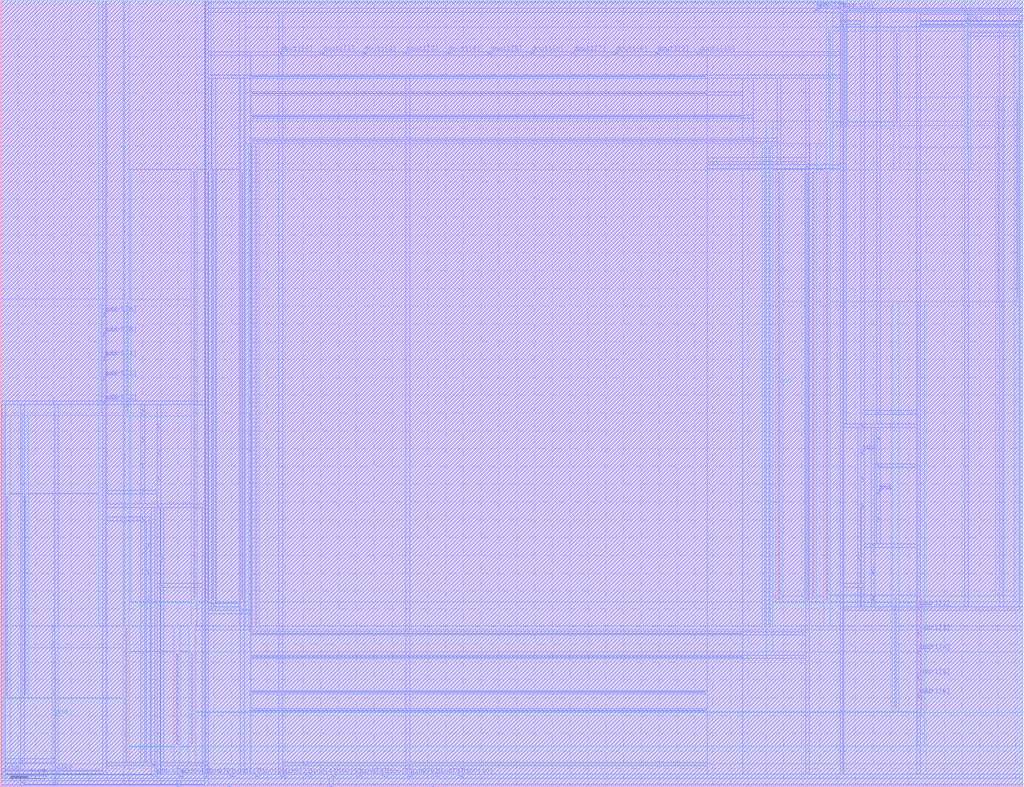
<source format=lef>
VERSION 5.4 ;
NAMESCASESENSITIVE ON ;
BUSBITCHARS "[]" ;
DIVIDERCHAR "/" ;
UNITS
  DATABASE MICRONS 2000 ;
END UNITS
MACRO freepdk45_sram_1w1r_11x128
   CLASS BLOCK ;
   SIZE 114.955 BY 88.425 ;
   SYMMETRY X Y R90 ;
   PIN din0[0]
      DIRECTION INPUT ;
      PORT
         LAYER metal3 ;
         RECT  23.085 1.105 23.22 1.24 ;
      END
   END din0[0]
   PIN din0[1]
      DIRECTION INPUT ;
      PORT
         LAYER metal3 ;
         RECT  25.945 1.105 26.08 1.24 ;
      END
   END din0[1]
   PIN din0[2]
      DIRECTION INPUT ;
      PORT
         LAYER metal3 ;
         RECT  28.805 1.105 28.94 1.24 ;
      END
   END din0[2]
   PIN din0[3]
      DIRECTION INPUT ;
      PORT
         LAYER metal3 ;
         RECT  31.665 1.105 31.8 1.24 ;
      END
   END din0[3]
   PIN din0[4]
      DIRECTION INPUT ;
      PORT
         LAYER metal3 ;
         RECT  34.525 1.105 34.66 1.24 ;
      END
   END din0[4]
   PIN din0[5]
      DIRECTION INPUT ;
      PORT
         LAYER metal3 ;
         RECT  37.385 1.105 37.52 1.24 ;
      END
   END din0[5]
   PIN din0[6]
      DIRECTION INPUT ;
      PORT
         LAYER metal3 ;
         RECT  40.245 1.105 40.38 1.24 ;
      END
   END din0[6]
   PIN din0[7]
      DIRECTION INPUT ;
      PORT
         LAYER metal3 ;
         RECT  43.105 1.105 43.24 1.24 ;
      END
   END din0[7]
   PIN din0[8]
      DIRECTION INPUT ;
      PORT
         LAYER metal3 ;
         RECT  45.965 1.105 46.1 1.24 ;
      END
   END din0[8]
   PIN din0[9]
      DIRECTION INPUT ;
      PORT
         LAYER metal3 ;
         RECT  48.825 1.105 48.96 1.24 ;
      END
   END din0[9]
   PIN din0[10]
      DIRECTION INPUT ;
      PORT
         LAYER metal3 ;
         RECT  51.685 1.105 51.82 1.24 ;
      END
   END din0[10]
   PIN addr0[0]
      DIRECTION INPUT ;
      PORT
         LAYER metal3 ;
         RECT  17.365 1.105 17.5 1.24 ;
      END
   END addr0[0]
   PIN addr0[1]
      DIRECTION INPUT ;
      PORT
         LAYER metal3 ;
         RECT  20.225 1.105 20.36 1.24 ;
      END
   END addr0[1]
   PIN addr0[2]
      DIRECTION INPUT ;
      PORT
         LAYER metal3 ;
         RECT  11.645 43.09 11.78 43.225 ;
      END
   END addr0[2]
   PIN addr0[3]
      DIRECTION INPUT ;
      PORT
         LAYER metal3 ;
         RECT  11.645 45.82 11.78 45.955 ;
      END
   END addr0[3]
   PIN addr0[4]
      DIRECTION INPUT ;
      PORT
         LAYER metal3 ;
         RECT  11.645 48.03 11.78 48.165 ;
      END
   END addr0[4]
   PIN addr0[5]
      DIRECTION INPUT ;
      PORT
         LAYER metal3 ;
         RECT  11.645 50.76 11.78 50.895 ;
      END
   END addr0[5]
   PIN addr0[6]
      DIRECTION INPUT ;
      PORT
         LAYER metal3 ;
         RECT  11.645 52.97 11.78 53.105 ;
      END
   END addr0[6]
   PIN addr1[0]
      DIRECTION INPUT ;
      PORT
         LAYER metal3 ;
         RECT  94.455 87.185 94.59 87.32 ;
      END
   END addr1[0]
   PIN addr1[1]
      DIRECTION INPUT ;
      PORT
         LAYER metal3 ;
         RECT  91.595 87.185 91.73 87.32 ;
      END
   END addr1[1]
   PIN addr1[2]
      DIRECTION INPUT ;
      PORT
         LAYER metal3 ;
         RECT  103.035 19.95 103.17 20.085 ;
      END
   END addr1[2]
   PIN addr1[3]
      DIRECTION INPUT ;
      PORT
         LAYER metal3 ;
         RECT  103.035 17.22 103.17 17.355 ;
      END
   END addr1[3]
   PIN addr1[4]
      DIRECTION INPUT ;
      PORT
         LAYER metal3 ;
         RECT  103.035 15.01 103.17 15.145 ;
      END
   END addr1[4]
   PIN addr1[5]
      DIRECTION INPUT ;
      PORT
         LAYER metal3 ;
         RECT  103.035 12.28 103.17 12.415 ;
      END
   END addr1[5]
   PIN addr1[6]
      DIRECTION INPUT ;
      PORT
         LAYER metal3 ;
         RECT  103.035 10.07 103.17 10.205 ;
      END
   END addr1[6]
   PIN csb0
      DIRECTION INPUT ;
      PORT
         LAYER metal3 ;
         RECT  0.285 1.49 0.42 1.625 ;
      END
   END csb0
   PIN csb1
      DIRECTION INPUT ;
      PORT
         LAYER metal3 ;
         RECT  114.535 85.81 114.67 85.945 ;
      END
   END csb1
   PIN clk0
      DIRECTION INPUT ;
      PORT
         LAYER metal3 ;
         RECT  6.2475 1.575 6.3825 1.71 ;
      END
   END clk0
   PIN clk1
      DIRECTION INPUT ;
      PORT
         LAYER metal3 ;
         RECT  108.4325 85.725 108.5675 85.86 ;
      END
   END clk1
   PIN dout1[0]
      DIRECTION OUTPUT ;
      PORT
         LAYER metal3 ;
         RECT  31.4275 82.3175 31.5625 82.4525 ;
      END
   END dout1[0]
   PIN dout1[1]
      DIRECTION OUTPUT ;
      PORT
         LAYER metal3 ;
         RECT  36.1275 82.3175 36.2625 82.4525 ;
      END
   END dout1[1]
   PIN dout1[2]
      DIRECTION OUTPUT ;
      PORT
         LAYER metal3 ;
         RECT  40.8275 82.3175 40.9625 82.4525 ;
      END
   END dout1[2]
   PIN dout1[3]
      DIRECTION OUTPUT ;
      PORT
         LAYER metal3 ;
         RECT  45.5275 82.3175 45.6625 82.4525 ;
      END
   END dout1[3]
   PIN dout1[4]
      DIRECTION OUTPUT ;
      PORT
         LAYER metal3 ;
         RECT  50.2275 82.3175 50.3625 82.4525 ;
      END
   END dout1[4]
   PIN dout1[5]
      DIRECTION OUTPUT ;
      PORT
         LAYER metal3 ;
         RECT  54.9275 82.3175 55.0625 82.4525 ;
      END
   END dout1[5]
   PIN dout1[6]
      DIRECTION OUTPUT ;
      PORT
         LAYER metal3 ;
         RECT  59.6275 82.3175 59.7625 82.4525 ;
      END
   END dout1[6]
   PIN dout1[7]
      DIRECTION OUTPUT ;
      PORT
         LAYER metal3 ;
         RECT  64.3275 82.3175 64.4625 82.4525 ;
      END
   END dout1[7]
   PIN dout1[8]
      DIRECTION OUTPUT ;
      PORT
         LAYER metal3 ;
         RECT  69.0275 82.3175 69.1625 82.4525 ;
      END
   END dout1[8]
   PIN dout1[9]
      DIRECTION OUTPUT ;
      PORT
         LAYER metal3 ;
         RECT  73.7275 82.3175 73.8625 82.4525 ;
      END
   END dout1[9]
   PIN dout1[10]
      DIRECTION OUTPUT ;
      PORT
         LAYER metal3 ;
         RECT  78.4275 82.3175 78.5625 82.4525 ;
      END
   END dout1[10]
   PIN vdd
      DIRECTION INOUT ;
      USE POWER ; 
      SHAPE ABUTMENT ; 
      PORT
         LAYER metal4 ;
         RECT  14.08 2.8525 14.22 17.8125 ;
         LAYER metal3 ;
         RECT  28.2425 79.76 79.2325 79.83 ;
         LAYER metal4 ;
         RECT  11.36 41.9825 11.5 54.5375 ;
         LAYER metal3 ;
         RECT  27.0975 19.56 27.2325 19.695 ;
         LAYER metal3 ;
         RECT  96.7425 40.49 96.8775 40.625 ;
         LAYER metal3 ;
         RECT  45.6825 2.47 45.8175 2.605 ;
         LAYER metal4 ;
         RECT  21.45 4.845 21.59 14.865 ;
         LAYER metal3 ;
         RECT  90.57 69.6025 90.705 69.7375 ;
         LAYER metal4 ;
         RECT  27.095 21.0525 27.235 69.0325 ;
         LAYER metal4 ;
         RECT  0.6875 10.23 0.8275 32.6325 ;
         LAYER metal4 ;
         RECT  93.03 75.04 93.17 85.06 ;
         LAYER metal3 ;
         RECT  96.7425 31.52 96.8775 31.655 ;
         LAYER metal3 ;
         RECT  17.7425 31.52 17.8775 31.655 ;
         LAYER metal4 ;
         RECT  86.305 17.8825 86.445 71.9525 ;
         LAYER metal3 ;
         RECT  96.3975 22.55 96.5325 22.685 ;
         LAYER metal4 ;
         RECT  100.595 74.5625 100.735 84.5825 ;
         LAYER metal3 ;
         RECT  28.2425 17.1875 83.2275 17.2575 ;
         LAYER metal3 ;
         RECT  96.7425 34.51 96.8775 34.645 ;
         LAYER metal3 ;
         RECT  87.3875 70.39 87.5225 70.525 ;
         LAYER metal3 ;
         RECT  17.7425 34.51 17.8775 34.645 ;
         LAYER metal4 ;
         RECT  23.295 21.0525 23.435 69.1025 ;
         LAYER metal3 ;
         RECT  34.2425 2.47 34.3775 2.605 ;
         LAYER metal3 ;
         RECT  2.425 2.855 2.56 2.99 ;
         LAYER metal3 ;
         RECT  28.2425 72.6475 84.4025 72.7175 ;
         LAYER metal4 ;
         RECT  28.175 17.8825 28.315 71.9525 ;
         LAYER metal3 ;
         RECT  112.395 84.445 112.53 84.58 ;
         LAYER metal3 ;
         RECT  28.2425 8.5375 79.2325 8.6075 ;
         LAYER metal3 ;
         RECT  96.3975 25.54 96.5325 25.675 ;
         LAYER metal3 ;
         RECT  22.8025 2.47 22.9375 2.605 ;
         LAYER metal3 ;
         RECT  18.0875 22.55 18.2225 22.685 ;
         LAYER metal3 ;
         RECT  17.7425 37.5 17.8775 37.635 ;
         LAYER metal3 ;
         RECT  17.7425 40.49 17.8775 40.625 ;
         LAYER metal4 ;
         RECT  114.1275 54.8025 114.2675 77.205 ;
         LAYER metal4 ;
         RECT  103.315 8.6375 103.455 21.1925 ;
         LAYER metal3 ;
         RECT  17.0825 2.47 17.2175 2.605 ;
         LAYER metal4 ;
         RECT  91.185 21.0525 91.325 69.1025 ;
         LAYER metal3 ;
         RECT  18.0875 25.54 18.2225 25.675 ;
         LAYER metal3 ;
         RECT  94.7375 85.82 94.8725 85.955 ;
         LAYER metal4 ;
         RECT  87.385 21.0525 87.525 69.0325 ;
         LAYER metal3 ;
         RECT  23.915 20.3475 24.05 20.4825 ;
         LAYER metal3 ;
         RECT  96.7425 37.5 96.8775 37.635 ;
      END
   END vdd
   PIN gnd
      DIRECTION INOUT ;
      USE GROUND ; 
      SHAPE ABUTMENT ; 
      PORT
         LAYER metal3 ;
         RECT  28.2425 75.2675 83.26 75.3375 ;
         LAYER metal3 ;
         RECT  37.1025 0.0 37.2375 0.135 ;
         LAYER metal3 ;
         RECT  15.935 33.015 16.07 33.15 ;
         LAYER metal3 ;
         RECT  48.5425 0.0 48.6775 0.135 ;
         LAYER metal3 ;
         RECT  97.925 27.035 98.06 27.17 ;
         LAYER metal4 ;
         RECT  21.705 21.02 21.845 69.1025 ;
         LAYER metal4 ;
         RECT  94.6925 74.9725 94.8325 85.1275 ;
         LAYER metal3 ;
         RECT  28.2425 14.5675 83.26 14.6375 ;
         LAYER metal3 ;
         RECT  2.425 0.385 2.56 0.52 ;
         LAYER metal3 ;
         RECT  28.2425 10.5875 79.2325 10.6575 ;
         LAYER metal4 ;
         RECT  85.845 17.8825 85.985 71.9525 ;
         LAYER metal3 ;
         RECT  15.935 30.025 16.07 30.16 ;
         LAYER metal4 ;
         RECT  14.22 41.9175 14.36 54.4725 ;
         LAYER metal3 ;
         RECT  16.56 24.045 16.695 24.18 ;
         LAYER metal3 ;
         RECT  28.2425 77.8675 79.2675 77.9375 ;
         LAYER metal3 ;
         RECT  25.6625 0.0 25.7975 0.135 ;
         LAYER metal3 ;
         RECT  16.56 21.055 16.695 21.19 ;
         LAYER metal3 ;
         RECT  112.395 86.915 112.53 87.05 ;
         LAYER metal4 ;
         RECT  92.775 21.02 92.915 69.1025 ;
         LAYER metal4 ;
         RECT  2.75 10.2625 2.89 32.665 ;
         LAYER metal4 ;
         RECT  112.065 54.77 112.205 77.1725 ;
         LAYER metal3 ;
         RECT  98.55 41.985 98.685 42.12 ;
         LAYER metal3 ;
         RECT  98.55 36.005 98.685 36.14 ;
         LAYER metal3 ;
         RECT  19.9425 0.0 20.0775 0.135 ;
         LAYER metal4 ;
         RECT  100.455 8.7025 100.595 21.2575 ;
         LAYER metal4 ;
         RECT  23.855 21.02 23.995 69.065 ;
         LAYER metal3 ;
         RECT  15.935 38.995 16.07 39.13 ;
         LAYER metal4 ;
         RECT  108.57 72.0925 108.71 87.0525 ;
         LAYER metal3 ;
         RECT  98.55 38.995 98.685 39.13 ;
         LAYER metal3 ;
         RECT  97.925 21.055 98.06 21.19 ;
         LAYER metal4 ;
         RECT  19.7875 4.7775 19.9275 14.9325 ;
         LAYER metal3 ;
         RECT  15.935 36.005 16.07 36.14 ;
         LAYER metal4 ;
         RECT  90.625 21.02 90.765 69.065 ;
         LAYER metal3 ;
         RECT  16.56 27.035 16.695 27.17 ;
         LAYER metal3 ;
         RECT  91.8775 88.29 92.0125 88.425 ;
         LAYER metal3 ;
         RECT  15.935 41.985 16.07 42.12 ;
         LAYER metal3 ;
         RECT  98.55 30.025 98.685 30.16 ;
         LAYER metal3 ;
         RECT  97.925 24.045 98.06 24.18 ;
         LAYER metal3 ;
         RECT  98.55 33.015 98.685 33.15 ;
         LAYER metal4 ;
         RECT  28.635 17.8825 28.775 71.9525 ;
         LAYER metal4 ;
         RECT  6.105 0.3825 6.245 15.3425 ;
      END
   END gnd
   OBS
   LAYER  metal1 ;
      RECT  0.14 0.14 114.815 88.285 ;
   LAYER  metal2 ;
      RECT  0.14 0.14 114.815 88.285 ;
   LAYER  metal3 ;
      RECT  22.945 0.14 23.36 0.965 ;
      RECT  23.36 0.965 25.805 1.38 ;
      RECT  26.22 0.965 28.665 1.38 ;
      RECT  29.08 0.965 31.525 1.38 ;
      RECT  31.94 0.965 34.385 1.38 ;
      RECT  34.8 0.965 37.245 1.38 ;
      RECT  37.66 0.965 40.105 1.38 ;
      RECT  40.52 0.965 42.965 1.38 ;
      RECT  43.38 0.965 45.825 1.38 ;
      RECT  46.24 0.965 48.685 1.38 ;
      RECT  49.1 0.965 51.545 1.38 ;
      RECT  51.96 0.965 114.815 1.38 ;
      RECT  17.64 0.965 20.085 1.38 ;
      RECT  20.5 0.965 22.945 1.38 ;
      RECT  0.14 42.95 11.505 43.365 ;
      RECT  0.14 43.365 11.505 88.285 ;
      RECT  11.505 1.38 11.92 42.95 ;
      RECT  11.92 42.95 22.945 43.365 ;
      RECT  11.92 43.365 22.945 88.285 ;
      RECT  11.505 43.365 11.92 45.68 ;
      RECT  11.505 46.095 11.92 47.89 ;
      RECT  11.505 48.305 11.92 50.62 ;
      RECT  11.505 51.035 11.92 52.83 ;
      RECT  11.505 53.245 11.92 88.285 ;
      RECT  94.315 87.46 94.73 88.285 ;
      RECT  94.73 87.46 114.815 88.285 ;
      RECT  23.36 87.045 91.455 87.46 ;
      RECT  91.87 87.045 94.315 87.46 ;
      RECT  94.73 1.38 102.895 19.81 ;
      RECT  94.73 19.81 102.895 20.225 ;
      RECT  102.895 20.225 103.31 87.045 ;
      RECT  103.31 1.38 114.815 19.81 ;
      RECT  103.31 19.81 114.815 20.225 ;
      RECT  102.895 17.495 103.31 19.81 ;
      RECT  102.895 15.285 103.31 17.08 ;
      RECT  102.895 12.555 103.31 14.87 ;
      RECT  102.895 1.38 103.31 9.93 ;
      RECT  102.895 10.345 103.31 12.14 ;
      RECT  0.14 0.965 0.145 1.35 ;
      RECT  0.14 1.35 0.145 1.38 ;
      RECT  0.145 0.965 0.56 1.35 ;
      RECT  0.56 0.965 17.225 1.35 ;
      RECT  0.56 1.35 17.225 1.38 ;
      RECT  0.14 1.38 0.145 1.765 ;
      RECT  0.14 1.765 0.145 42.95 ;
      RECT  0.145 1.765 0.56 42.95 ;
      RECT  114.395 20.225 114.81 85.67 ;
      RECT  114.395 86.085 114.81 87.045 ;
      RECT  114.81 20.225 114.815 85.67 ;
      RECT  114.81 85.67 114.815 86.085 ;
      RECT  114.81 86.085 114.815 87.045 ;
      RECT  0.56 1.38 6.1075 1.435 ;
      RECT  0.56 1.435 6.1075 1.765 ;
      RECT  6.1075 1.38 6.5225 1.435 ;
      RECT  6.5225 1.38 11.505 1.435 ;
      RECT  6.5225 1.435 11.505 1.765 ;
      RECT  0.56 1.765 6.1075 1.85 ;
      RECT  6.1075 1.85 6.5225 42.95 ;
      RECT  6.5225 1.765 11.505 1.85 ;
      RECT  6.5225 1.85 11.505 42.95 ;
      RECT  103.31 20.225 108.2925 85.585 ;
      RECT  103.31 85.585 108.2925 85.67 ;
      RECT  108.2925 20.225 108.7075 85.585 ;
      RECT  108.7075 85.585 114.395 85.67 ;
      RECT  103.31 85.67 108.2925 86.0 ;
      RECT  103.31 86.0 108.2925 86.085 ;
      RECT  108.2925 86.0 108.7075 86.085 ;
      RECT  108.7075 85.67 114.395 86.0 ;
      RECT  108.7075 86.0 114.395 86.085 ;
      RECT  23.36 82.1775 31.2875 82.5925 ;
      RECT  23.36 82.5925 31.2875 87.045 ;
      RECT  31.2875 82.5925 31.7025 87.045 ;
      RECT  31.7025 82.5925 94.315 87.045 ;
      RECT  31.7025 82.1775 35.9875 82.5925 ;
      RECT  36.4025 82.1775 40.6875 82.5925 ;
      RECT  41.1025 82.1775 45.3875 82.5925 ;
      RECT  45.8025 82.1775 50.0875 82.5925 ;
      RECT  50.5025 82.1775 54.7875 82.5925 ;
      RECT  55.2025 82.1775 59.4875 82.5925 ;
      RECT  59.9025 82.1775 64.1875 82.5925 ;
      RECT  64.6025 82.1775 68.8875 82.5925 ;
      RECT  69.3025 82.1775 73.5875 82.5925 ;
      RECT  74.0025 82.1775 78.2875 82.5925 ;
      RECT  78.7025 82.1775 94.315 82.5925 ;
      RECT  23.36 79.62 28.1025 79.97 ;
      RECT  23.36 79.97 28.1025 82.1775 ;
      RECT  28.1025 79.97 31.2875 82.1775 ;
      RECT  31.2875 79.97 31.7025 82.1775 ;
      RECT  31.7025 79.97 79.3725 82.1775 ;
      RECT  79.3725 79.62 94.315 79.97 ;
      RECT  79.3725 79.97 94.315 82.1775 ;
      RECT  23.36 1.38 26.9575 19.42 ;
      RECT  23.36 19.42 26.9575 19.835 ;
      RECT  26.9575 1.38 27.3725 19.42 ;
      RECT  26.9575 19.835 27.3725 79.62 ;
      RECT  27.3725 1.38 28.1025 19.42 ;
      RECT  27.3725 19.42 28.1025 19.835 ;
      RECT  27.3725 19.835 28.1025 79.62 ;
      RECT  94.73 40.35 96.6025 40.765 ;
      RECT  96.6025 40.765 97.0175 87.045 ;
      RECT  97.0175 40.35 102.895 40.765 ;
      RECT  31.7025 1.38 45.5425 2.33 ;
      RECT  45.5425 1.38 45.9575 2.33 ;
      RECT  45.9575 1.38 79.3725 2.33 ;
      RECT  45.9575 2.33 79.3725 2.745 ;
      RECT  79.3725 69.4625 90.43 69.8775 ;
      RECT  90.43 1.38 90.845 69.4625 ;
      RECT  90.43 69.8775 90.845 79.62 ;
      RECT  90.845 1.38 94.315 69.4625 ;
      RECT  90.845 69.4625 94.315 69.8775 ;
      RECT  90.845 69.8775 94.315 79.62 ;
      RECT  11.92 31.38 17.6025 31.795 ;
      RECT  18.0175 31.38 22.945 31.795 ;
      RECT  18.0175 31.795 22.945 42.95 ;
      RECT  94.73 20.225 96.2575 22.41 ;
      RECT  94.73 22.41 96.2575 22.825 ;
      RECT  94.73 22.825 96.2575 40.35 ;
      RECT  96.2575 20.225 96.6025 22.41 ;
      RECT  96.6025 20.225 96.6725 22.41 ;
      RECT  96.6725 20.225 97.0175 22.41 ;
      RECT  96.6725 22.41 97.0175 22.825 ;
      RECT  96.6725 22.825 97.0175 31.38 ;
      RECT  79.3725 17.3975 83.3675 69.4625 ;
      RECT  83.3675 17.0475 90.43 17.3975 ;
      RECT  83.3675 17.3975 90.43 69.4625 ;
      RECT  96.6025 31.795 97.0175 34.37 ;
      RECT  79.3725 69.8775 87.2475 70.25 ;
      RECT  79.3725 70.25 87.2475 70.665 ;
      RECT  87.2475 69.8775 87.6625 70.25 ;
      RECT  87.2475 70.665 87.6625 79.62 ;
      RECT  87.6625 69.8775 90.43 70.25 ;
      RECT  87.6625 70.25 90.43 70.665 ;
      RECT  87.6625 70.665 90.43 79.62 ;
      RECT  17.6025 31.795 18.0175 34.37 ;
      RECT  31.7025 2.33 34.1025 2.745 ;
      RECT  34.5175 2.33 45.5425 2.745 ;
      RECT  0.56 1.85 2.285 2.715 ;
      RECT  0.56 2.715 2.285 3.13 ;
      RECT  0.56 3.13 2.285 42.95 ;
      RECT  2.285 1.85 2.7 2.715 ;
      RECT  2.285 3.13 2.7 42.95 ;
      RECT  2.7 1.85 6.1075 2.715 ;
      RECT  2.7 2.715 6.1075 3.13 ;
      RECT  2.7 3.13 6.1075 42.95 ;
      RECT  28.1025 17.3975 31.2875 72.5075 ;
      RECT  31.2875 17.3975 31.7025 72.5075 ;
      RECT  31.7025 17.3975 45.5425 72.5075 ;
      RECT  45.5425 17.3975 45.9575 72.5075 ;
      RECT  45.9575 17.3975 79.3725 72.5075 ;
      RECT  79.3725 70.665 84.5425 72.5075 ;
      RECT  84.5425 70.665 87.2475 72.5075 ;
      RECT  84.5425 72.5075 87.2475 72.8575 ;
      RECT  84.5425 72.8575 87.2475 79.62 ;
      RECT  108.7075 20.225 112.255 84.305 ;
      RECT  108.7075 84.305 112.255 84.72 ;
      RECT  108.7075 84.72 112.255 85.585 ;
      RECT  112.255 20.225 112.67 84.305 ;
      RECT  112.255 84.72 112.67 85.585 ;
      RECT  112.67 20.225 114.395 84.305 ;
      RECT  112.67 84.305 114.395 84.72 ;
      RECT  112.67 84.72 114.395 85.585 ;
      RECT  28.1025 1.38 31.2875 8.3975 ;
      RECT  31.2875 1.38 31.7025 8.3975 ;
      RECT  31.7025 2.745 45.5425 8.3975 ;
      RECT  45.5425 2.745 45.9575 8.3975 ;
      RECT  45.9575 2.745 79.3725 8.3975 ;
      RECT  96.2575 22.825 96.6025 25.4 ;
      RECT  96.2575 25.815 96.6025 40.35 ;
      RECT  96.6025 22.825 96.6725 25.4 ;
      RECT  96.6025 25.815 96.6725 31.38 ;
      RECT  22.945 1.38 23.0775 2.33 ;
      RECT  22.945 2.745 23.0775 88.285 ;
      RECT  23.0775 1.38 23.36 2.33 ;
      RECT  23.0775 2.33 23.36 2.745 ;
      RECT  23.0775 2.745 23.36 88.285 ;
      RECT  18.0175 1.38 22.6625 2.33 ;
      RECT  18.0175 2.33 22.6625 2.745 ;
      RECT  22.6625 1.38 22.945 2.33 ;
      RECT  22.6625 2.745 22.945 31.38 ;
      RECT  17.6025 1.38 17.9475 22.41 ;
      RECT  17.6025 22.41 17.9475 22.825 ;
      RECT  17.6025 22.825 17.9475 31.38 ;
      RECT  17.9475 1.38 18.0175 22.41 ;
      RECT  18.0175 2.745 18.3625 22.41 ;
      RECT  18.3625 2.745 22.6625 22.41 ;
      RECT  18.3625 22.41 22.6625 22.825 ;
      RECT  18.3625 22.825 22.6625 31.38 ;
      RECT  17.6025 34.785 18.0175 37.36 ;
      RECT  17.6025 37.775 18.0175 40.35 ;
      RECT  17.6025 40.765 18.0175 42.95 ;
      RECT  11.92 1.38 16.9425 2.33 ;
      RECT  11.92 2.33 16.9425 2.745 ;
      RECT  16.9425 1.38 17.3575 2.33 ;
      RECT  16.9425 2.745 17.3575 31.38 ;
      RECT  17.3575 1.38 17.6025 2.33 ;
      RECT  17.3575 2.33 17.6025 2.745 ;
      RECT  17.3575 2.745 17.6025 31.38 ;
      RECT  17.9475 22.825 18.0175 25.4 ;
      RECT  17.9475 25.815 18.0175 31.38 ;
      RECT  18.0175 22.825 18.3625 25.4 ;
      RECT  18.0175 25.815 18.3625 31.38 ;
      RECT  94.315 1.38 94.5975 85.68 ;
      RECT  94.315 85.68 94.5975 86.095 ;
      RECT  94.315 86.095 94.5975 87.045 ;
      RECT  94.5975 1.38 94.73 85.68 ;
      RECT  94.5975 86.095 94.73 87.045 ;
      RECT  94.73 40.765 95.0125 85.68 ;
      RECT  94.73 86.095 95.0125 87.045 ;
      RECT  95.0125 40.765 96.6025 85.68 ;
      RECT  95.0125 85.68 96.6025 86.095 ;
      RECT  95.0125 86.095 96.6025 87.045 ;
      RECT  23.36 19.835 23.775 20.2075 ;
      RECT  23.36 20.2075 23.775 20.6225 ;
      RECT  23.36 20.6225 23.775 79.62 ;
      RECT  23.775 19.835 24.19 20.2075 ;
      RECT  23.775 20.6225 24.19 79.62 ;
      RECT  24.19 19.835 26.9575 20.2075 ;
      RECT  24.19 20.2075 26.9575 20.6225 ;
      RECT  24.19 20.6225 26.9575 79.62 ;
      RECT  96.6025 34.785 97.0175 37.36 ;
      RECT  96.6025 37.775 97.0175 40.35 ;
      RECT  28.1025 72.8575 31.2875 75.1275 ;
      RECT  31.2875 72.8575 31.7025 75.1275 ;
      RECT  31.7025 72.8575 45.5425 75.1275 ;
      RECT  45.5425 72.8575 45.9575 75.1275 ;
      RECT  45.9575 72.8575 79.3725 75.1275 ;
      RECT  79.3725 72.8575 83.4 75.1275 ;
      RECT  83.4 72.8575 84.5425 75.1275 ;
      RECT  83.4 75.1275 84.5425 75.4775 ;
      RECT  83.4 75.4775 84.5425 79.62 ;
      RECT  23.36 0.275 36.9625 0.965 ;
      RECT  36.9625 0.275 37.3775 0.965 ;
      RECT  37.3775 0.275 114.815 0.965 ;
      RECT  11.92 31.795 15.795 32.875 ;
      RECT  11.92 32.875 15.795 33.29 ;
      RECT  11.92 33.29 15.795 42.95 ;
      RECT  15.795 31.795 16.21 32.875 ;
      RECT  16.21 31.795 17.6025 32.875 ;
      RECT  16.21 32.875 17.6025 33.29 ;
      RECT  16.21 33.29 17.6025 42.95 ;
      RECT  37.3775 0.14 48.4025 0.275 ;
      RECT  48.8175 0.14 114.815 0.275 ;
      RECT  97.0175 20.225 97.785 26.895 ;
      RECT  97.0175 26.895 97.785 27.31 ;
      RECT  97.0175 27.31 97.785 40.35 ;
      RECT  97.785 27.31 98.2 40.35 ;
      RECT  98.2 20.225 102.895 26.895 ;
      RECT  98.2 26.895 102.895 27.31 ;
      RECT  79.3725 1.38 83.3675 14.4275 ;
      RECT  79.3725 14.7775 83.3675 17.0475 ;
      RECT  83.3675 1.38 83.4 14.4275 ;
      RECT  83.3675 14.7775 83.4 17.0475 ;
      RECT  83.4 1.38 90.43 14.4275 ;
      RECT  83.4 14.4275 90.43 14.7775 ;
      RECT  83.4 14.7775 90.43 17.0475 ;
      RECT  28.1025 14.7775 31.2875 17.0475 ;
      RECT  31.2875 14.7775 31.7025 17.0475 ;
      RECT  31.7025 14.7775 45.5425 17.0475 ;
      RECT  45.5425 14.7775 45.9575 17.0475 ;
      RECT  45.9575 14.7775 79.3725 17.0475 ;
      RECT  0.14 0.14 2.285 0.245 ;
      RECT  0.14 0.245 2.285 0.66 ;
      RECT  0.14 0.66 2.285 0.965 ;
      RECT  2.285 0.14 2.7 0.245 ;
      RECT  2.285 0.66 2.7 0.965 ;
      RECT  2.7 0.66 22.945 0.965 ;
      RECT  28.1025 8.7475 31.2875 10.4475 ;
      RECT  28.1025 10.7975 31.2875 14.4275 ;
      RECT  31.2875 8.7475 31.7025 10.4475 ;
      RECT  31.2875 10.7975 31.7025 14.4275 ;
      RECT  31.7025 8.7475 45.5425 10.4475 ;
      RECT  31.7025 10.7975 45.5425 14.4275 ;
      RECT  45.5425 8.7475 45.9575 10.4475 ;
      RECT  45.5425 10.7975 45.9575 14.4275 ;
      RECT  45.9575 8.7475 79.3725 10.4475 ;
      RECT  45.9575 10.7975 79.3725 14.4275 ;
      RECT  11.92 2.745 15.795 29.885 ;
      RECT  11.92 29.885 15.795 30.3 ;
      RECT  11.92 30.3 15.795 31.38 ;
      RECT  15.795 2.745 16.21 29.885 ;
      RECT  15.795 30.3 16.21 31.38 ;
      RECT  16.21 29.885 16.9425 30.3 ;
      RECT  16.21 30.3 16.9425 31.38 ;
      RECT  16.21 2.745 16.42 23.905 ;
      RECT  16.21 23.905 16.42 24.32 ;
      RECT  16.21 24.32 16.42 29.885 ;
      RECT  16.835 2.745 16.9425 23.905 ;
      RECT  16.835 23.905 16.9425 24.32 ;
      RECT  16.835 24.32 16.9425 29.885 ;
      RECT  28.1025 75.4775 31.2875 77.7275 ;
      RECT  28.1025 78.0775 31.2875 79.62 ;
      RECT  31.2875 75.4775 31.7025 77.7275 ;
      RECT  31.2875 78.0775 31.7025 79.62 ;
      RECT  31.7025 75.4775 45.5425 77.7275 ;
      RECT  31.7025 78.0775 45.5425 79.62 ;
      RECT  45.5425 75.4775 45.9575 77.7275 ;
      RECT  45.5425 78.0775 45.9575 79.62 ;
      RECT  45.9575 75.4775 79.3725 77.7275 ;
      RECT  45.9575 78.0775 79.3725 79.62 ;
      RECT  79.3725 75.4775 79.4075 77.7275 ;
      RECT  79.3725 78.0775 79.4075 79.62 ;
      RECT  79.4075 75.4775 83.4 77.7275 ;
      RECT  79.4075 77.7275 83.4 78.0775 ;
      RECT  79.4075 78.0775 83.4 79.62 ;
      RECT  23.36 0.14 25.5225 0.275 ;
      RECT  25.9375 0.14 36.9625 0.275 ;
      RECT  16.42 2.745 16.835 20.915 ;
      RECT  16.42 21.33 16.835 23.905 ;
      RECT  94.73 87.045 112.255 87.19 ;
      RECT  94.73 87.19 112.255 87.46 ;
      RECT  112.255 87.19 112.67 87.46 ;
      RECT  112.67 87.045 114.815 87.19 ;
      RECT  112.67 87.19 114.815 87.46 ;
      RECT  103.31 86.085 112.255 86.775 ;
      RECT  103.31 86.775 112.255 87.045 ;
      RECT  112.255 86.085 112.67 86.775 ;
      RECT  112.67 86.085 114.395 86.775 ;
      RECT  112.67 86.775 114.395 87.045 ;
      RECT  97.0175 40.765 98.41 41.845 ;
      RECT  97.0175 41.845 98.41 42.26 ;
      RECT  97.0175 42.26 98.41 87.045 ;
      RECT  98.41 40.765 98.825 41.845 ;
      RECT  98.41 42.26 98.825 87.045 ;
      RECT  98.825 40.765 102.895 41.845 ;
      RECT  98.825 41.845 102.895 42.26 ;
      RECT  98.825 42.26 102.895 87.045 ;
      RECT  98.2 27.31 98.41 35.865 ;
      RECT  98.2 35.865 98.41 36.28 ;
      RECT  98.2 36.28 98.41 40.35 ;
      RECT  98.825 27.31 102.895 35.865 ;
      RECT  98.825 35.865 102.895 36.28 ;
      RECT  98.825 36.28 102.895 40.35 ;
      RECT  2.7 0.14 19.8025 0.245 ;
      RECT  20.2175 0.14 22.945 0.245 ;
      RECT  2.7 0.245 19.8025 0.275 ;
      RECT  2.7 0.275 19.8025 0.66 ;
      RECT  19.8025 0.275 20.2175 0.66 ;
      RECT  20.2175 0.245 22.945 0.275 ;
      RECT  20.2175 0.275 22.945 0.66 ;
      RECT  98.41 36.28 98.825 38.855 ;
      RECT  98.41 39.27 98.825 40.35 ;
      RECT  97.785 20.225 98.2 20.915 ;
      RECT  15.795 33.29 16.21 35.865 ;
      RECT  15.795 36.28 16.21 38.855 ;
      RECT  16.42 24.32 16.835 26.895 ;
      RECT  16.42 27.31 16.835 29.885 ;
      RECT  23.36 87.46 91.7375 88.15 ;
      RECT  23.36 88.15 91.7375 88.285 ;
      RECT  91.7375 87.46 92.1525 88.15 ;
      RECT  92.1525 87.46 94.315 88.15 ;
      RECT  92.1525 88.15 94.315 88.285 ;
      RECT  15.795 39.27 16.21 41.845 ;
      RECT  15.795 42.26 16.21 42.95 ;
      RECT  98.41 27.31 98.825 29.885 ;
      RECT  97.785 21.33 98.2 23.905 ;
      RECT  97.785 24.32 98.2 26.895 ;
      RECT  98.41 30.3 98.825 32.875 ;
      RECT  98.41 33.29 98.825 35.865 ;
   LAYER  metal4 ;
      RECT  13.8 0.14 14.5 2.5725 ;
      RECT  14.5 0.14 114.815 2.5725 ;
      RECT  0.14 41.7025 11.08 54.8175 ;
      RECT  0.14 54.8175 11.08 88.285 ;
      RECT  11.08 18.0925 11.78 41.7025 ;
      RECT  11.08 54.8175 11.78 88.285 ;
      RECT  11.78 18.0925 13.8 41.7025 ;
      RECT  11.78 41.7025 13.8 54.8175 ;
      RECT  11.78 54.8175 13.8 88.285 ;
      RECT  21.17 2.5725 21.87 4.565 ;
      RECT  21.17 15.145 21.87 18.0925 ;
      RECT  21.87 2.5725 114.815 4.565 ;
      RECT  26.815 18.0925 27.515 20.7725 ;
      RECT  26.815 69.3125 27.515 88.285 ;
      RECT  0.14 2.5725 0.4075 9.95 ;
      RECT  0.14 9.95 0.4075 18.0925 ;
      RECT  0.4075 2.5725 1.1075 9.95 ;
      RECT  0.14 18.0925 0.4075 32.9125 ;
      RECT  0.14 32.9125 0.4075 41.7025 ;
      RECT  0.4075 32.9125 1.1075 41.7025 ;
      RECT  27.515 74.76 92.75 85.34 ;
      RECT  27.515 85.34 92.75 88.285 ;
      RECT  92.75 85.34 93.45 88.285 ;
      RECT  21.87 15.145 86.025 17.6025 ;
      RECT  86.025 15.145 86.725 17.6025 ;
      RECT  27.515 72.2325 86.025 74.76 ;
      RECT  86.025 72.2325 86.725 74.76 ;
      RECT  86.725 72.2325 92.75 74.76 ;
      RECT  93.45 69.3125 100.315 74.2825 ;
      RECT  100.315 69.3125 101.015 74.2825 ;
      RECT  100.315 84.8625 101.015 85.34 ;
      RECT  14.5 69.3825 23.015 88.285 ;
      RECT  23.015 69.3825 23.715 88.285 ;
      RECT  23.715 69.3825 26.815 88.285 ;
      RECT  21.87 17.6025 27.895 18.0925 ;
      RECT  27.515 18.0925 27.895 20.7725 ;
      RECT  27.515 20.7725 27.895 69.3125 ;
      RECT  27.515 69.3125 27.895 72.2325 ;
      RECT  113.8475 20.7725 114.5475 54.5225 ;
      RECT  114.5475 20.7725 114.815 54.5225 ;
      RECT  114.5475 54.5225 114.815 69.3125 ;
      RECT  114.5475 69.3125 114.815 74.2825 ;
      RECT  114.5475 74.2825 114.815 74.76 ;
      RECT  113.8475 77.485 114.5475 84.8625 ;
      RECT  114.5475 74.76 114.815 77.485 ;
      RECT  114.5475 77.485 114.815 84.8625 ;
      RECT  21.87 4.565 103.035 8.3575 ;
      RECT  103.035 4.565 103.735 8.3575 ;
      RECT  103.735 4.565 114.815 8.3575 ;
      RECT  103.735 8.3575 114.815 15.145 ;
      RECT  103.735 15.145 114.815 17.6025 ;
      RECT  103.735 17.6025 114.815 18.0925 ;
      RECT  103.735 18.0925 114.815 20.7725 ;
      RECT  103.035 21.4725 103.735 54.5225 ;
      RECT  103.735 20.7725 113.8475 21.4725 ;
      RECT  86.725 69.3825 90.905 72.2325 ;
      RECT  90.905 69.3825 91.605 72.2325 ;
      RECT  91.605 69.3825 92.75 72.2325 ;
      RECT  86.725 54.5225 87.105 69.3125 ;
      RECT  86.725 20.7725 87.105 21.4725 ;
      RECT  86.725 21.4725 87.105 54.5225 ;
      RECT  14.5 18.0925 21.425 20.74 ;
      RECT  14.5 20.74 21.425 20.7725 ;
      RECT  21.425 18.0925 22.125 20.74 ;
      RECT  22.125 18.0925 26.815 20.74 ;
      RECT  22.125 20.7725 23.015 69.3125 ;
      RECT  14.5 69.3125 21.425 69.3825 ;
      RECT  22.125 69.3125 23.015 69.3825 ;
      RECT  93.45 85.34 94.4125 85.4075 ;
      RECT  93.45 85.4075 94.4125 88.285 ;
      RECT  94.4125 85.4075 95.1125 88.285 ;
      RECT  93.45 74.2825 94.4125 74.6925 ;
      RECT  93.45 74.6925 94.4125 74.76 ;
      RECT  94.4125 74.2825 95.1125 74.6925 ;
      RECT  95.1125 74.2825 100.315 74.6925 ;
      RECT  95.1125 74.6925 100.315 74.76 ;
      RECT  93.45 74.76 94.4125 84.8625 ;
      RECT  95.1125 74.76 100.315 84.8625 ;
      RECT  93.45 84.8625 94.4125 85.34 ;
      RECT  95.1125 84.8625 100.315 85.34 ;
      RECT  13.8 18.0925 13.94 41.6375 ;
      RECT  13.8 41.6375 13.94 54.7525 ;
      RECT  13.8 54.7525 13.94 88.285 ;
      RECT  13.94 18.0925 14.5 41.6375 ;
      RECT  13.94 54.7525 14.5 88.285 ;
      RECT  14.5 20.7725 14.64 41.6375 ;
      RECT  14.5 54.7525 14.64 69.3125 ;
      RECT  14.64 20.7725 21.425 41.6375 ;
      RECT  14.64 41.6375 21.425 54.7525 ;
      RECT  14.64 54.7525 21.425 69.3125 ;
      RECT  92.75 69.3825 93.195 74.76 ;
      RECT  93.195 69.3125 93.45 69.3825 ;
      RECT  93.195 69.3825 93.45 74.76 ;
      RECT  86.725 18.0925 92.495 20.74 ;
      RECT  92.495 18.0925 93.195 20.74 ;
      RECT  91.605 69.3125 92.495 69.3825 ;
      RECT  91.605 54.5225 92.495 69.3125 ;
      RECT  91.605 20.7725 92.495 21.4725 ;
      RECT  91.605 21.4725 92.495 54.5225 ;
      RECT  1.1075 9.95 2.47 9.9825 ;
      RECT  1.1075 9.9825 2.47 18.0925 ;
      RECT  2.47 9.95 3.17 9.9825 ;
      RECT  1.1075 18.0925 2.47 32.9125 ;
      RECT  3.17 18.0925 11.08 32.9125 ;
      RECT  1.1075 32.9125 2.47 32.945 ;
      RECT  1.1075 32.945 2.47 41.7025 ;
      RECT  2.47 32.945 3.17 41.7025 ;
      RECT  3.17 32.9125 11.08 32.945 ;
      RECT  3.17 32.945 11.08 41.7025 ;
      RECT  112.485 69.3125 113.8475 74.2825 ;
      RECT  112.485 74.2825 113.8475 74.76 ;
      RECT  111.785 77.4525 112.485 77.485 ;
      RECT  112.485 74.76 113.8475 77.4525 ;
      RECT  112.485 77.4525 113.8475 77.485 ;
      RECT  103.735 21.4725 111.785 54.49 ;
      RECT  103.735 54.49 111.785 54.5225 ;
      RECT  111.785 21.4725 112.485 54.49 ;
      RECT  112.485 21.4725 113.8475 54.49 ;
      RECT  112.485 54.49 113.8475 54.5225 ;
      RECT  93.195 54.5225 111.785 69.3125 ;
      RECT  112.485 54.5225 113.8475 69.3125 ;
      RECT  21.87 8.3575 100.175 8.4225 ;
      RECT  21.87 8.4225 100.175 15.145 ;
      RECT  100.175 8.3575 100.875 8.4225 ;
      RECT  100.875 8.3575 103.035 8.4225 ;
      RECT  100.875 8.4225 103.035 15.145 ;
      RECT  86.725 15.145 100.175 17.6025 ;
      RECT  100.875 15.145 103.035 17.6025 ;
      RECT  86.725 17.6025 100.175 18.0925 ;
      RECT  100.875 17.6025 103.035 18.0925 ;
      RECT  93.195 18.0925 100.175 20.74 ;
      RECT  100.875 18.0925 103.035 20.74 ;
      RECT  93.195 20.74 100.175 20.7725 ;
      RECT  100.875 20.74 103.035 20.7725 ;
      RECT  93.195 20.7725 100.175 21.4725 ;
      RECT  100.875 20.7725 103.035 21.4725 ;
      RECT  93.195 21.4725 100.175 21.5375 ;
      RECT  93.195 21.5375 100.175 54.5225 ;
      RECT  100.175 21.5375 100.875 54.5225 ;
      RECT  100.875 21.4725 103.035 21.5375 ;
      RECT  100.875 21.5375 103.035 54.5225 ;
      RECT  24.275 20.7725 26.815 69.3125 ;
      RECT  23.715 69.345 24.275 69.3825 ;
      RECT  24.275 69.3125 26.815 69.345 ;
      RECT  24.275 69.345 26.815 69.3825 ;
      RECT  22.125 20.74 23.575 20.7725 ;
      RECT  24.275 20.74 26.815 20.7725 ;
      RECT  101.015 84.8625 108.29 85.34 ;
      RECT  108.99 84.8625 114.815 85.34 ;
      RECT  101.015 77.485 108.29 84.8625 ;
      RECT  108.99 77.485 113.8475 84.8625 ;
      RECT  95.1125 85.34 108.29 85.4075 ;
      RECT  108.99 85.34 114.815 85.4075 ;
      RECT  95.1125 85.4075 108.29 87.3325 ;
      RECT  95.1125 87.3325 108.29 88.285 ;
      RECT  108.29 87.3325 108.99 88.285 ;
      RECT  108.99 85.4075 114.815 87.3325 ;
      RECT  108.99 87.3325 114.815 88.285 ;
      RECT  101.015 69.3125 108.29 71.8125 ;
      RECT  101.015 71.8125 108.29 74.2825 ;
      RECT  108.29 69.3125 108.99 71.8125 ;
      RECT  108.99 69.3125 111.785 71.8125 ;
      RECT  108.99 71.8125 111.785 74.2825 ;
      RECT  101.015 74.2825 108.29 74.76 ;
      RECT  108.99 74.2825 111.785 74.76 ;
      RECT  101.015 74.76 108.29 77.4525 ;
      RECT  108.99 74.76 111.785 77.4525 ;
      RECT  101.015 77.4525 108.29 77.485 ;
      RECT  108.99 77.4525 111.785 77.485 ;
      RECT  14.5 2.5725 19.5075 4.4975 ;
      RECT  14.5 4.4975 19.5075 4.565 ;
      RECT  19.5075 2.5725 20.2075 4.4975 ;
      RECT  20.2075 2.5725 21.17 4.4975 ;
      RECT  20.2075 4.4975 21.17 4.565 ;
      RECT  14.5 4.565 19.5075 15.145 ;
      RECT  20.2075 4.565 21.17 15.145 ;
      RECT  14.5 15.145 19.5075 15.2125 ;
      RECT  14.5 15.2125 19.5075 18.0925 ;
      RECT  19.5075 15.2125 20.2075 18.0925 ;
      RECT  20.2075 15.145 21.17 15.2125 ;
      RECT  20.2075 15.2125 21.17 18.0925 ;
      RECT  86.725 69.3125 90.345 69.345 ;
      RECT  86.725 69.345 90.345 69.3825 ;
      RECT  90.345 69.345 90.905 69.3825 ;
      RECT  87.805 54.5225 90.345 69.3125 ;
      RECT  87.805 20.7725 90.345 21.4725 ;
      RECT  87.805 21.4725 90.345 54.5225 ;
      RECT  86.725 20.74 90.345 20.7725 ;
      RECT  91.045 20.74 92.495 20.7725 ;
      RECT  29.055 17.6025 85.565 18.0925 ;
      RECT  29.055 18.0925 85.565 20.7725 ;
      RECT  29.055 20.7725 85.565 69.3125 ;
      RECT  29.055 69.3125 85.565 72.2325 ;
      RECT  0.14 0.14 5.825 2.5725 ;
      RECT  6.525 0.14 13.8 2.5725 ;
      RECT  1.1075 2.5725 5.825 9.95 ;
      RECT  6.525 2.5725 13.8 9.95 ;
      RECT  3.17 9.95 5.825 9.9825 ;
      RECT  6.525 9.95 13.8 9.9825 ;
      RECT  3.17 9.9825 5.825 15.6225 ;
      RECT  3.17 15.6225 5.825 18.0925 ;
      RECT  5.825 15.6225 6.525 18.0925 ;
      RECT  6.525 9.9825 13.8 15.6225 ;
      RECT  6.525 15.6225 13.8 18.0925 ;
   END
END    freepdk45_sram_1w1r_11x128
END    LIBRARY

</source>
